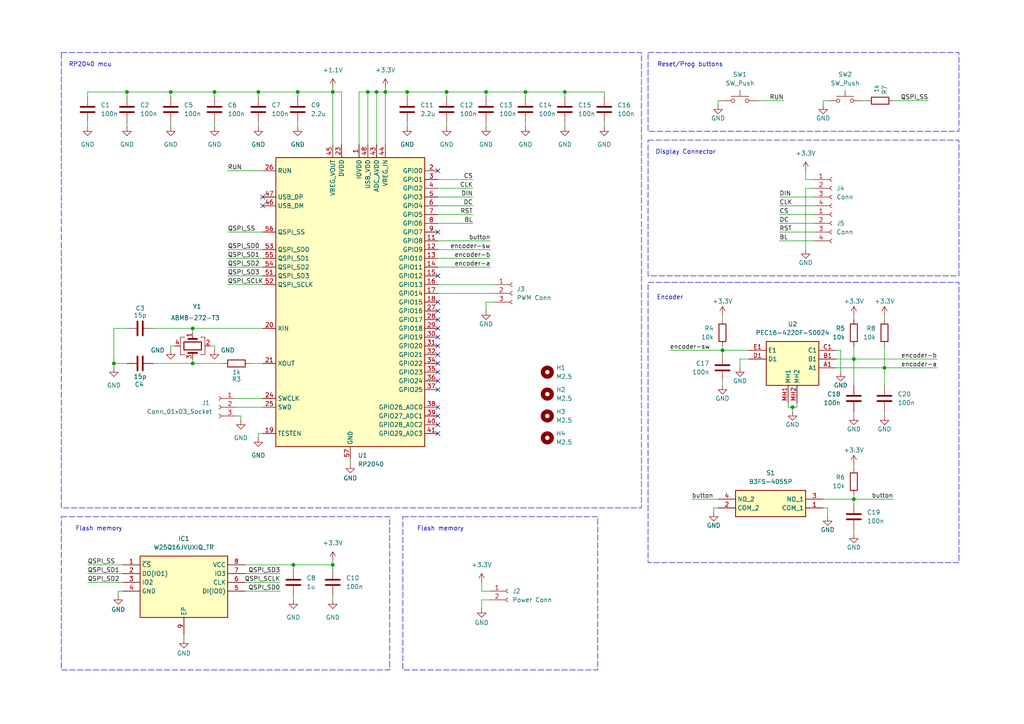
<source format=kicad_sch>
(kicad_sch (version 20231120) (generator "eeschema") (generator_version "8.0")
  (paper "A4")
  (title_block (title "UV Lamp Controller") (date "2025-03-30") (rev "v1.0") (company "Szymon Wąchała"))
  (lib_symbols
    (symbol "B3FS-4055P:B3FS-4055P"
      (property "Reference" "S" (at 26.67 7.62 0))
      (property "Value" "B3FS-4055P" (at 26.67 5.08 0))
      (symbol "B3FS-4055P_1_1"
        (rectangle (start 5.08 2.54) (end 25.4 -5.08) (stroke (width 0.254)) (fill (type background)))
        (pin passive line (at 30.48 -2.54 180) (length 5.08) (name "COM_1") (number "1"))
        (pin passive line (at 0 -2.54 0) (length 5.08) (name "COM_2") (number "2"))
        (pin passive line (at 30.48 0 180) (length 5.08) (name "NO_1") (number "3"))
        (pin passive line (at 0 0 0) (length 5.08) (name "NO_2") (number "4"))
      )
    )
    (symbol "Connector:Conn_01x02_Socket" (pin_names (offset 1.016) hide)
      (property "Reference" "J" (at 0 2.54 0))
      (property "Value" "Conn_01x02_Socket" (at 0 -5.08 0))
      (symbol "Conn_01x02_Socket_1_1"
        (arc (start 0 -2.032) (mid -0.5058 -2.54) (end 0 -3.048) (stroke (width 0.1524)))
        (polyline (pts (xy -1.27 -2.54) (xy -0.508 -2.54)) (stroke (width 0.1524)))
        (polyline (pts (xy -1.27 0) (xy -0.508 0)) (stroke (width 0.1524)))
        (arc (start 0 0.508) (mid -0.5058 0) (end 0 -0.508) (stroke (width 0.1524)))
        (pin passive line (at -5.08 0 0) (length 3.81) (name "Pin_1") (number "1"))
        (pin passive line (at -5.08 -2.54 0) (length 3.81) (name "Pin_2") (number "2"))
      )
    )
    (symbol "Connector:Conn_01x03_Socket" (pin_names (offset 1.016) hide)
      (property "Reference" "J" (at 0 5.08 0))
      (property "Value" "Conn_01x03_Socket" (at 0 -5.08 0))
      (symbol "Conn_01x03_Socket_1_1"
        (arc (start 0 -2.032) (mid -0.5058 -2.54) (end 0 -3.048) (stroke (width 0.1524)))
        (polyline (pts (xy -1.27 -2.54) (xy -0.508 -2.54)) (stroke (width 0.1524)))
        (polyline (pts (xy -1.27 0) (xy -0.508 0)) (stroke (width 0.1524)))
        (polyline (pts (xy -1.27 2.54) (xy -0.508 2.54)) (stroke (width 0.1524)))
        (arc (start 0 0.508) (mid -0.5058 0) (end 0 -0.508) (stroke (width 0.1524)))
        (arc (start 0 3.048) (mid -0.5058 2.54) (end 0 2.032) (stroke (width 0.1524)))
        (pin passive line (at -5.08 2.54 0) (length 3.81) (name "Pin_1") (number "1"))
        (pin passive line (at -5.08 0 0) (length 3.81) (name "Pin_2") (number "2"))
        (pin passive line (at -5.08 -2.54 0) (length 3.81) (name "Pin_3") (number "3"))
      )
    )
    (symbol "Connector:Conn_01x04_Socket" (pin_names (offset 1.016) hide)
      (property "Reference" "J" (at 0 5.08 0))
      (property "Value" "Conn_01x04_Socket" (at 0 -7.62 0))
      (symbol "Conn_01x04_Socket_1_1"
        (arc (start 0 -4.572) (mid -0.5058 -5.08) (end 0 -5.588) (stroke (width 0.1524)))
        (arc (start 0 -2.032) (mid -0.5058 -2.54) (end 0 -3.048) (stroke (width 0.1524)))
        (polyline (pts (xy -1.27 -5.08) (xy -0.508 -5.08)) (stroke (width 0.1524)))
        (polyline (pts (xy -1.27 -2.54) (xy -0.508 -2.54)) (stroke (width 0.1524)))
        (polyline (pts (xy -1.27 0) (xy -0.508 0)) (stroke (width 0.1524)))
        (polyline (pts (xy -1.27 2.54) (xy -0.508 2.54)) (stroke (width 0.1524)))
        (arc (start 0 0.508) (mid -0.5058 0) (end 0 -0.508) (stroke (width 0.1524)))
        (arc (start 0 3.048) (mid -0.5058 2.54) (end 0 2.032) (stroke (width 0.1524)))
        (pin passive line (at -5.08 2.54 0) (length 3.81) (name "Pin_1") (number "1"))
        (pin passive line (at -5.08 0 0) (length 3.81) (name "Pin_2") (number "2"))
        (pin passive line (at -5.08 -2.54 0) (length 3.81) (name "Pin_3") (number "3"))
        (pin passive line (at -5.08 -5.08 0) (length 3.81) (name "Pin_4") (number "4"))
      )
    )
    (symbol "Device:C" (pin_numbers hide) (pin_names (offset 0.254))
      (property "Reference" "C" (at 0.635 2.54 0))
      (property "Value" "C" (at 0.635 -2.54 0))
      (symbol "C_0_1"
        (polyline (pts (xy -2.032 -0.762) (xy 2.032 -0.762)) (stroke (width 0.508)))
        (polyline (pts (xy -2.032 0.762) (xy 2.032 0.762)) (stroke (width 0.508)))
      )
      (symbol "C_1_1"
        (pin passive line (at 0 3.81 270) (length 2.794) (name "~") (number "1"))
        (pin passive line (at 0 -3.81 90) (length 2.794) (name "~") (number "2"))
      )
    )
    (symbol "Device:Crystal_GND24" (pin_names (offset 1.016) hide)
      (property "Reference" "Y" (at 3.175 5.08 0))
      (property "Value" "Crystal_GND24" (at 3.175 3.175 0))
      (symbol "Crystal_GND24_0_1"
        (rectangle (start -1.143 2.54) (end 1.143 -2.54) (stroke (width 0.3048)))
        (polyline (pts (xy -2.54 0) (xy -2.032 0)))
        (polyline (pts (xy -2.032 -1.27) (xy -2.032 1.27)) (stroke (width 0.508)))
        (polyline (pts (xy 0 -3.81) (xy 0 -3.556)))
        (polyline (pts (xy 0 3.556) (xy 0 3.81)))
        (polyline (pts (xy 2.032 -1.27) (xy 2.032 1.27)) (stroke (width 0.508)))
        (polyline (pts (xy 2.032 0) (xy 2.54 0)))
        (polyline (pts (xy -2.54 -2.286) (xy -2.54 -3.556) (xy 2.54 -3.556) (xy 2.54 -2.286)))
        (polyline (pts (xy -2.54 2.286) (xy -2.54 3.556) (xy 2.54 3.556) (xy 2.54 2.286)))
      )
      (symbol "Crystal_GND24_1_1"
        (pin passive line (at -3.81 0 0) (length 1.27) (name "1") (number "1"))
        (pin passive line (at 0 5.08 270) (length 1.27) (name "2") (number "2"))
        (pin passive line (at 3.81 0 180) (length 1.27) (name "3") (number "3"))
        (pin passive line (at 0 -5.08 90) (length 1.27) (name "4") (number "4"))
      )
    )
    (symbol "Device:R" (pin_numbers hide) (pin_names (offset 0))
      (property "Reference" "R" (at 2.032 0 90))
      (property "Value" "R" (at 0 0 90))
      (symbol "R_0_1"
        (rectangle (start -1.016 -2.54) (end 1.016 2.54) (stroke (width 0.254)))
      )
      (symbol "R_1_1"
        (pin passive line (at 0 3.81 270) (length 1.27) (name "~") (number "1"))
        (pin passive line (at 0 -3.81 90) (length 1.27) (name "~") (number "2"))
      )
    )
    (symbol "MCU_RaspberryPi:RP2040"
      (property "Reference" "U" (at 17.78 45.72 0))
      (property "Value" "RP2040" (at 17.78 43.18 0))
      (symbol "RP2040_0_1"
        (rectangle (start -21.59 41.91) (end 21.59 -41.91) (stroke (width 0.254)) (fill (type background)))
      )
      (symbol "RP2040_1_1"
        (pin power_in line (at 2.54 45.72 270) (length 3.81) (name "IOVDD") (number "1"))
        (pin passive line (at 2.54 45.72 270) (length 3.81) hide (name "IOVDD") (number "10"))
        (pin bidirectional line (at 25.4 17.78 180) (length 3.81) (name "GPIO8") (number "11"))
        (pin bidirectional line (at 25.4 15.24 180) (length 3.81) (name "GPIO9") (number "12"))
        (pin bidirectional line (at 25.4 12.7 180) (length 3.81) (name "GPIO10") (number "13"))
        (pin bidirectional line (at 25.4 10.16 180) (length 3.81) (name "GPIO11") (number "14"))
        (pin bidirectional line (at 25.4 7.62 180) (length 3.81) (name "GPIO12") (number "15"))
        (pin bidirectional line (at 25.4 5.08 180) (length 3.81) (name "GPIO13") (number "16"))
        (pin bidirectional line (at 25.4 2.54 180) (length 3.81) (name "GPIO14") (number "17"))
        (pin bidirectional line (at 25.4 0 180) (length 3.81) (name "GPIO15") (number "18"))
        (pin input line (at -25.4 -38.1 0) (length 3.81) (name "TESTEN") (number "19"))
        (pin bidirectional line (at 25.4 38.1 180) (length 3.81) (name "GPIO0") (number "2"))
        (pin input line (at -25.4 -7.62 0) (length 3.81) (name "XIN") (number "20"))
        (pin passive line (at -25.4 -17.78 0) (length 3.81) (name "XOUT") (number "21"))
        (pin passive line (at 2.54 45.72 270) (length 3.81) hide (name "IOVDD") (number "22"))
        (pin power_in line (at -2.54 45.72 270) (length 3.81) (name "DVDD") (number "23"))
        (pin input line (at -25.4 -27.94 0) (length 3.81) (name "SWCLK") (number "24"))
        (pin bidirectional line (at -25.4 -30.48 0) (length 3.81) (name "SWD") (number "25"))
        (pin input line (at -25.4 38.1 0) (length 3.81) (name "RUN") (number "26"))
        (pin bidirectional line (at 25.4 -2.54 180) (length 3.81) (name "GPIO16") (number "27"))
        (pin bidirectional line (at 25.4 -5.08 180) (length 3.81) (name "GPIO17") (number "28"))
        (pin bidirectional line (at 25.4 -7.62 180) (length 3.81) (name "GPIO18") (number "29"))
        (pin bidirectional line (at 25.4 35.56 180) (length 3.81) (name "GPIO1") (number "3"))
        (pin bidirectional line (at 25.4 -10.16 180) (length 3.81) (name "GPIO19") (number "30"))
        (pin bidirectional line (at 25.4 -12.7 180) (length 3.81) (name "GPIO20") (number "31"))
        (pin bidirectional line (at 25.4 -15.24 180) (length 3.81) (name "GPIO21") (number "32"))
        (pin passive line (at 2.54 45.72 270) (length 3.81) hide (name "IOVDD") (number "33"))
        (pin bidirectional line (at 25.4 -17.78 180) (length 3.81) (name "GPIO22") (number "34"))
        (pin bidirectional line (at 25.4 -20.32 180) (length 3.81) (name "GPIO23") (number "35"))
        (pin bidirectional line (at 25.4 -22.86 180) (length 3.81) (name "GPIO24") (number "36"))
        (pin bidirectional line (at 25.4 -25.4 180) (length 3.81) (name "GPIO25") (number "37"))
        (pin bidirectional line (at 25.4 -30.48 180) (length 3.81) (name "GPIO26_ADC0") (number "38"))
        (pin bidirectional line (at 25.4 -33.02 180) (length 3.81) (name "GPIO27_ADC1") (number "39"))
        (pin bidirectional line (at 25.4 33.02 180) (length 3.81) (name "GPIO2") (number "4"))
        (pin bidirectional line (at 25.4 -35.56 180) (length 3.81) (name "GPIO28_ADC2") (number "40"))
        (pin bidirectional line (at 25.4 -38.1 180) (length 3.81) (name "GPIO29_ADC3") (number "41"))
        (pin passive line (at 2.54 45.72 270) (length 3.81) hide (name "IOVDD") (number "42"))
        (pin power_in line (at 7.62 45.72 270) (length 3.81) (name "ADC_AVDD") (number "43"))
        (pin power_in line (at 10.16 45.72 270) (length 3.81) (name "VREG_IN") (number "44"))
        (pin power_out line (at -5.08 45.72 270) (length 3.81) (name "VREG_VOUT") (number "45"))
        (pin bidirectional line (at -25.4 27.94 0) (length 3.81) (name "USB_DM") (number "46"))
        (pin bidirectional line (at -25.4 30.48 0) (length 3.81) (name "USB_DP") (number "47"))
        (pin power_in line (at 5.08 45.72 270) (length 3.81) (name "USB_VDD") (number "48"))
        (pin passive line (at 2.54 45.72 270) (length 3.81) hide (name "IOVDD") (number "49"))
        (pin bidirectional line (at 25.4 30.48 180) (length 3.81) (name "GPIO3") (number "5"))
        (pin passive line (at -2.54 45.72 270) (length 3.81) hide (name "DVDD") (number "50"))
        (pin bidirectional line (at -25.4 7.62 0) (length 3.81) (name "QSPI_SD3") (number "51"))
        (pin output line (at -25.4 5.08 0) (length 3.81) (name "QSPI_SCLK") (number "52"))
        (pin bidirectional line (at -25.4 15.24 0) (length 3.81) (name "QSPI_SD0") (number "53"))
        (pin bidirectional line (at -25.4 10.16 0) (length 3.81) (name "QSPI_SD2") (number "54"))
        (pin bidirectional line (at -25.4 12.7 0) (length 3.81) (name "QSPI_SD1") (number "55"))
        (pin bidirectional line (at -25.4 20.32 0) (length 3.81) (name "QSPI_SS") (number "56"))
        (pin power_in line (at 0 -45.72 90) (length 3.81) (name "GND") (number "57"))
        (pin bidirectional line (at 25.4 27.94 180) (length 3.81) (name "GPIO4") (number "6"))
        (pin bidirectional line (at 25.4 25.4 180) (length 3.81) (name "GPIO5") (number "7"))
        (pin bidirectional line (at 25.4 22.86 180) (length 3.81) (name "GPIO6") (number "8"))
        (pin bidirectional line (at 25.4 20.32 180) (length 3.81) (name "GPIO7") (number "9"))
      )
    )
    (symbol "Mechanical:MountingHole" (pin_names (offset 1.016)) (exclude_from_sim yes) (in_bom no)
      (property "Reference" "H" (at 0 5.08 0))
      (property "Value" "MountingHole" (at 0 3.175 0))
      (symbol "MountingHole_0_1"
        (circle (center 0 0) (radius 1.27) (stroke (width 1.27)))
      )
    )
    (symbol "PEC16-4220F-S0024:PEC16-4220F-S0024"
      (property "Reference" "U" (at -0.762 10.414 0))
      (property "Value" "PEC16-4220F-S0024" (at -0.762 12.954 0))
      (symbol "PEC16-4220F-S0024_1_1"
        (rectangle (start -7.62 7.62) (end 7.62 -5.08) (stroke (width 0.254)) (fill (type background)))
        (pin passive line (at 12.7 0 180) (length 5.08) (name "A1") (number "A1"))
        (pin passive line (at 12.7 2.54 180) (length 5.08) (name "B1") (number "B1"))
        (pin passive line (at 12.7 5.08 180) (length 5.08) (name "C1") (number "C1"))
        (pin passive line (at -12.7 2.54 0) (length 5.08) (name "D1") (number "D1"))
        (pin passive line (at -12.7 5.08 0) (length 5.08) (name "E1") (number "E1"))
        (pin passive line (at -1.27 -10.16 90) (length 5.08) (name "MH1") (number "MH1"))
        (pin passive line (at 1.27 -10.16 90) (length 5.08) (name "MH2") (number "MH2"))
      )
    )
    (symbol "Switch:SW_Push" (pin_numbers hide) (pin_names (offset 1.016) hide)
      (property "Reference" "SW" (at 1.27 2.54 0))
      (property "Value" "SW_Push" (at 0 -1.524 0))
      (symbol "SW_Push_0_1"
        (circle (center -2.032 0) (radius 0.508))
        (polyline (pts (xy 0 1.27) (xy 0 3.048)))
        (polyline (pts (xy 2.54 1.27) (xy -2.54 1.27)))
        (circle (center 2.032 0) (radius 0.508))
        (pin passive line (at -5.08 0 0) (length 2.54) (name "1") (number "1"))
        (pin passive line (at 5.08 0 180) (length 2.54) (name "2") (number "2"))
      )
    )
    (symbol "W25Q16JVUXIQ_TR:W25Q16JVUXIQ_TR"
      (property "Reference" "IC" (at 31.75 7.62 0))
      (property "Value" "W25Q16JVUXIQ_TR" (at 31.75 5.08 0))
      (symbol "W25Q16JVUXIQ_TR_1_1"
        (rectangle (start 5.08 2.54) (end 30.48 -15.24) (stroke (width 0.254)) (fill (type background)))
        (pin passive line (at 0 0 0) (length 5.08) (name "~{CS}") (number "1"))
        (pin passive line (at 0 -2.54 0) (length 5.08) (name "DO(IO1)") (number "2"))
        (pin passive line (at 0 -5.08 0) (length 5.08) (name "IO2") (number "3"))
        (pin passive line (at 0 -7.62 0) (length 5.08) (name "GND") (number "4"))
        (pin passive line (at 35.56 -7.62 180) (length 5.08) (name "DI(IO0)") (number "5"))
        (pin passive line (at 35.56 -5.08 180) (length 5.08) (name "CLK") (number "6"))
        (pin passive line (at 35.56 -2.54 180) (length 5.08) (name "IO3") (number "7"))
        (pin passive line (at 35.56 0 180) (length 5.08) (name "VCC") (number "8"))
        (pin passive line (at 17.78 -20.32 90) (length 5.08) (name "EP") (number "9"))
      )
    )
    (symbol "power:GND" (power) (pin_numbers hide) (pin_names (offset 0) hide)
      (property "Value" "GND" (at 0 -3.81 0))
      (symbol "GND_0_1"
        (polyline (pts (xy 0 0) (xy 0 -1.27) (xy 1.27 -1.27) (xy 0 -2.54) (xy -1.27 -1.27) (xy 0 -1.27)))
      )
      (symbol "GND_1_1"
        (pin power_in line (at 0 0 270) (length 0) (name "~") (number "1"))
      )
    )
    (symbol "power:VCC" (power) (pin_numbers hide) (pin_names (offset 0) hide)
      (property "Value" "VCC" (at 0 3.556 0))
      (symbol "VCC_0_1"
        (polyline (pts (xy -0.762 1.27) (xy 0 2.54)))
        (polyline (pts (xy 0 0) (xy 0 2.54)))
        (polyline (pts (xy 0 2.54) (xy 0.762 1.27)))
      )
      (symbol "VCC_1_1"
        (pin power_in line (at 0 0 90) (length 0) (name "~") (number "1"))
      )
    )
  )
  (junction (at 209.55 101.6))
  (junction (at 36.83 26.67))
  (junction (at 49.53 26.67))
  (junction (at 111.76 26.67))
  (junction (at 86.36 26.67))
  (junction (at 229.87 118.11))
  (junction (at 247.65 144.78))
  (junction (at 55.88 105.41))
  (junction (at 96.52 26.67))
  (junction (at 109.22 26.67))
  (junction (at 256.54 106.68))
  (junction (at 163.83 26.67))
  (junction (at 140.97 26.67))
  (junction (at 96.52 163.83))
  (junction (at 74.93 26.67))
  (junction (at 106.68 26.67))
  (junction (at 129.54 26.67))
  (junction (at 62.23 26.67))
  (junction (at 152.4 26.67))
  (junction (at 33.02 105.41))
  (junction (at 85.09 163.83))
  (junction (at 247.65 104.14))
  (junction (at 55.88 95.25))
  (junction (at 118.11 26.67))
  (no_connect (at 76.2 57.15))
  (no_connect (at 127 125.73))
  (no_connect (at 127 92.71))
  (no_connect (at 127 102.87))
  (no_connect (at 127 97.79))
  (no_connect (at 127 110.49))
  (no_connect (at 127 105.41))
  (no_connect (at 127 123.19))
  (no_connect (at 127 107.95))
  (no_connect (at 127 67.31))
  (no_connect (at 127 100.33))
  (no_connect (at 127 95.25))
  (no_connect (at 127 113.03))
  (no_connect (at 76.2 59.69))
  (no_connect (at 127 90.17))
  (no_connect (at 127 87.63))
  (no_connect (at 127 80.01))
  (no_connect (at 127 120.65))
  (no_connect (at 127 49.53))
  (no_connect (at 127 118.11))
  (wire (pts (xy 139.7 168.91) (xy 139.7 171.45)))
  (wire (pts (xy 62.23 100.33) (xy 62.23 101.6)))
  (wire (pts (xy 247.65 144.78) (xy 259.08 144.78)))
  (wire (pts (xy 163.83 26.67) (xy 152.4 26.67)))
  (wire (pts (xy 226.06 64.77) (xy 236.22 64.77)))
  (wire (pts (xy 66.04 82.55) (xy 76.2 82.55)))
  (wire (pts (xy 99.06 26.67) (xy 96.52 26.67)))
  (wire (pts (xy 49.53 26.67) (xy 62.23 26.67)))
  (wire (pts (xy 247.65 143.51) (xy 247.65 144.78)))
  (wire (pts (xy 96.52 26.67) (xy 96.52 41.91)))
  (wire (pts (xy 49.53 101.6) (xy 49.53 100.33)))
  (wire (pts (xy 49.53 36.83) (xy 49.53 35.56)))
  (wire (pts (xy 25.4 166.37) (xy 35.56 166.37)))
  (wire (pts (xy 137.16 57.15) (xy 127 57.15)))
  (wire (pts (xy 140.97 36.83) (xy 140.97 35.56)))
  (wire (pts (xy 36.83 26.67) (xy 49.53 26.67)))
  (wire (pts (xy 214.63 104.14) (xy 217.17 104.14)))
  (wire (pts (xy 33.02 95.25) (xy 33.02 105.41)))
  (wire (pts (xy 208.28 30.48) (xy 208.28 29.21)))
  (wire (pts (xy 109.22 26.67) (xy 111.76 26.67)))
  (wire (pts (xy 226.06 59.69) (xy 236.22 59.69)))
  (wire (pts (xy 25.4 36.83) (xy 25.4 35.56)))
  (wire (pts (xy 72.39 105.41) (xy 76.2 105.41)))
  (wire (pts (xy 233.68 49.53) (xy 233.68 52.07)))
  (wire (pts (xy 256.54 119.38) (xy 256.54 120.65)))
  (wire (pts (xy 256.54 100.33) (xy 256.54 106.68)))
  (wire (pts (xy 86.36 27.94) (xy 86.36 26.67)))
  (wire (pts (xy 53.34 184.15) (xy 53.34 185.42)))
  (wire (pts (xy 34.29 171.45) (xy 35.56 171.45)))
  (wire (pts (xy 85.09 172.72) (xy 85.09 173.99)))
  (wire (pts (xy 25.4 168.91) (xy 35.56 168.91)))
  (wire (pts (xy 243.84 101.6) (xy 242.57 101.6)))
  (wire (pts (xy 137.16 64.77) (xy 127 64.77)))
  (wire (pts (xy 233.68 52.07) (xy 236.22 52.07)))
  (wire (pts (xy 25.4 26.67) (xy 25.4 27.94)))
  (wire (pts (xy 96.52 25.4) (xy 96.52 26.67)))
  (wire (pts (xy 129.54 36.83) (xy 129.54 35.56)))
  (wire (pts (xy 66.04 49.53) (xy 76.2 49.53)))
  (wire (pts (xy 74.93 127) (xy 74.93 125.73)))
  (wire (pts (xy 106.68 26.67) (xy 106.68 41.91)))
  (wire (pts (xy 152.4 36.83) (xy 152.4 35.56)))
  (wire (pts (xy 214.63 106.68) (xy 214.63 104.14)))
  (wire (pts (xy 33.02 105.41) (xy 36.83 105.41)))
  (wire (pts (xy 242.57 104.14) (xy 247.65 104.14)))
  (wire (pts (xy 229.87 118.11) (xy 231.14 118.11)))
  (wire (pts (xy 68.58 115.57) (xy 76.2 115.57)))
  (wire (pts (xy 231.14 118.11) (xy 231.14 116.84)))
  (wire (pts (xy 256.54 91.44) (xy 256.54 92.71)))
  (wire (pts (xy 127 77.47) (xy 142.24 77.47)))
  (wire (pts (xy 209.55 100.33) (xy 209.55 101.6)))
  (wire (pts (xy 81.28 168.91) (xy 71.12 168.91)))
  (wire (pts (xy 62.23 36.83) (xy 62.23 35.56)))
  (wire (pts (xy 250.19 29.21) (xy 251.46 29.21)))
  (wire (pts (xy 36.83 26.67) (xy 25.4 26.67)))
  (wire (pts (xy 49.53 27.94) (xy 49.53 26.67)))
  (wire (pts (xy 66.04 74.93) (xy 76.2 74.93)))
  (wire (pts (xy 140.97 90.17) (xy 140.97 87.63)))
  (wire (pts (xy 127 85.09) (xy 143.51 85.09)))
  (wire (pts (xy 247.65 100.33) (xy 247.65 104.14)))
  (wire (pts (xy 247.65 91.44) (xy 247.65 92.71)))
  (wire (pts (xy 209.55 91.44) (xy 209.55 92.71)))
  (wire (pts (xy 152.4 26.67) (xy 140.97 26.67)))
  (wire (pts (xy 74.93 36.83) (xy 74.93 35.56)))
  (wire (pts (xy 163.83 36.83) (xy 163.83 35.56)))
  (wire (pts (xy 139.7 176.53) (xy 139.7 173.99)))
  (wire (pts (xy 66.04 80.01) (xy 76.2 80.01)))
  (wire (pts (xy 127 82.55) (xy 143.51 82.55)))
  (wire (pts (xy 96.52 172.72) (xy 96.52 173.99)))
  (wire (pts (xy 44.45 105.41) (xy 55.88 105.41)))
  (wire (pts (xy 68.58 118.11) (xy 76.2 118.11)))
  (wire (pts (xy 228.6 116.84) (xy 228.6 118.11)))
  (wire (pts (xy 247.65 134.62) (xy 247.65 135.89)))
  (wire (pts (xy 106.68 26.67) (xy 109.22 26.67)))
  (wire (pts (xy 86.36 35.56) (xy 86.36 36.83)))
  (wire (pts (xy 256.54 106.68) (xy 256.54 111.76)))
  (wire (pts (xy 207.01 147.32) (xy 208.28 147.32)))
  (wire (pts (xy 68.58 120.65) (xy 69.85 120.65)))
  (wire (pts (xy 209.55 101.6) (xy 217.17 101.6)))
  (wire (pts (xy 233.68 54.61) (xy 236.22 54.61)))
  (wire (pts (xy 226.06 69.85) (xy 236.22 69.85)))
  (wire (pts (xy 209.55 110.49) (xy 209.55 111.76)))
  (wire (pts (xy 140.97 26.67) (xy 129.54 26.67)))
  (wire (pts (xy 139.7 173.99) (xy 142.24 173.99)))
  (wire (pts (xy 238.76 144.78) (xy 247.65 144.78)))
  (wire (pts (xy 81.28 166.37) (xy 71.12 166.37)))
  (wire (pts (xy 209.55 101.6) (xy 209.55 102.87)))
  (wire (pts (xy 137.16 62.23) (xy 127 62.23)))
  (wire (pts (xy 137.16 54.61) (xy 127 54.61)))
  (wire (pts (xy 129.54 27.94) (xy 129.54 26.67)))
  (wire (pts (xy 127 74.93) (xy 142.24 74.93)))
  (wire (pts (xy 96.52 163.83) (xy 85.09 163.83)))
  (wire (pts (xy 101.6 133.35) (xy 101.6 134.62)))
  (wire (pts (xy 74.93 125.73) (xy 76.2 125.73)))
  (wire (pts (xy 238.76 30.48) (xy 238.76 29.21)))
  (wire (pts (xy 140.97 87.63) (xy 143.51 87.63)))
  (wire (pts (xy 226.06 67.31) (xy 236.22 67.31)))
  (wire (pts (xy 111.76 25.4) (xy 111.76 26.67)))
  (wire (pts (xy 69.85 120.65) (xy 69.85 121.92)))
  (wire (pts (xy 81.28 171.45) (xy 71.12 171.45)))
  (wire (pts (xy 36.83 27.94) (xy 36.83 26.67)))
  (wire (pts (xy 127 69.85) (xy 142.24 69.85)))
  (wire (pts (xy 55.88 95.25) (xy 55.88 96.52)))
  (wire (pts (xy 74.93 26.67) (xy 86.36 26.67)))
  (wire (pts (xy 240.03 147.32) (xy 238.76 147.32)))
  (wire (pts (xy 194.31 101.6) (xy 209.55 101.6)))
  (wire (pts (xy 104.14 41.91) (xy 104.14 26.67)))
  (wire (pts (xy 200.66 144.78) (xy 208.28 144.78)))
  (wire (pts (xy 96.52 163.83) (xy 96.52 165.1)))
  (wire (pts (xy 137.16 52.07) (xy 127 52.07)))
  (wire (pts (xy 34.29 171.45) (xy 34.29 172.72)))
  (wire (pts (xy 175.26 26.67) (xy 163.83 26.67)))
  (wire (pts (xy 104.14 26.67) (xy 106.68 26.67)))
  (wire (pts (xy 33.02 106.68) (xy 33.02 105.41)))
  (wire (pts (xy 226.06 57.15) (xy 236.22 57.15)))
  (wire (pts (xy 36.83 36.83) (xy 36.83 35.56)))
  (wire (pts (xy 99.06 41.91) (xy 99.06 26.67)))
  (wire (pts (xy 256.54 106.68) (xy 271.78 106.68)))
  (wire (pts (xy 64.77 105.41) (xy 55.88 105.41)))
  (wire (pts (xy 66.04 77.47) (xy 76.2 77.47)))
  (wire (pts (xy 60.96 100.33) (xy 62.23 100.33)))
  (wire (pts (xy 247.65 119.38) (xy 247.65 120.65)))
  (wire (pts (xy 66.04 67.31) (xy 76.2 67.31)))
  (wire (pts (xy 118.11 26.67) (xy 118.11 27.94)))
  (wire (pts (xy 208.28 29.21) (xy 209.55 29.21)))
  (wire (pts (xy 139.7 171.45) (xy 142.24 171.45)))
  (wire (pts (xy 137.16 59.69) (xy 127 59.69)))
  (wire (pts (xy 44.45 95.25) (xy 55.88 95.25)))
  (wire (pts (xy 62.23 27.94) (xy 62.23 26.67)))
  (wire (pts (xy 62.23 26.67) (xy 74.93 26.67)))
  (wire (pts (xy 163.83 26.67) (xy 163.83 27.94)))
  (wire (pts (xy 243.84 101.6) (xy 243.84 107.95)))
  (wire (pts (xy 49.53 100.33) (xy 50.8 100.33)))
  (wire (pts (xy 238.76 29.21) (xy 240.03 29.21)))
  (wire (pts (xy 142.24 72.39) (xy 127 72.39)))
  (wire (pts (xy 74.93 27.94) (xy 74.93 26.67)))
  (wire (pts (xy 66.04 72.39) (xy 76.2 72.39)))
  (wire (pts (xy 96.52 162.56) (xy 96.52 163.83)))
  (wire (pts (xy 25.4 163.83) (xy 35.56 163.83)))
  (wire (pts (xy 226.06 62.23) (xy 236.22 62.23)))
  (wire (pts (xy 247.65 104.14) (xy 271.78 104.14)))
  (wire (pts (xy 247.65 153.67) (xy 247.65 154.94)))
  (wire (pts (xy 242.57 106.68) (xy 256.54 106.68)))
  (wire (pts (xy 111.76 26.67) (xy 111.76 41.91)))
  (wire (pts (xy 219.71 29.21) (xy 227.33 29.21)))
  (wire (pts (xy 175.26 36.83) (xy 175.26 35.56)))
  (wire (pts (xy 233.68 72.39) (xy 233.68 54.61)))
  (wire (pts (xy 118.11 36.83) (xy 118.11 35.56)))
  (wire (pts (xy 229.87 119.38) (xy 229.87 118.11)))
  (wire (pts (xy 55.88 105.41) (xy 55.88 104.14)))
  (wire (pts (xy 33.02 95.25) (xy 36.83 95.25)))
  (wire (pts (xy 247.65 144.78) (xy 247.65 146.05)))
  (wire (pts (xy 140.97 26.67) (xy 140.97 27.94)))
  (wire (pts (xy 175.26 27.94) (xy 175.26 26.67)))
  (wire (pts (xy 71.12 163.83) (xy 85.09 163.83)))
  (wire (pts (xy 240.03 147.32) (xy 240.03 149.86)))
  (wire (pts (xy 111.76 26.67) (xy 118.11 26.67)))
  (wire (pts (xy 228.6 118.11) (xy 229.87 118.11)))
  (wire (pts (xy 86.36 26.67) (xy 96.52 26.67)))
  (wire (pts (xy 247.65 104.14) (xy 247.65 111.76)))
  (wire (pts (xy 85.09 163.83) (xy 85.09 165.1)))
  (wire (pts (xy 259.08 29.21) (xy 269.24 29.21)))
  (wire (pts (xy 55.88 95.25) (xy 76.2 95.25)))
  (wire (pts (xy 129.54 26.67) (xy 118.11 26.67)))
  (wire (pts (xy 152.4 27.94) (xy 152.4 26.67)))
  (wire (pts (xy 109.22 26.67) (xy 109.22 41.91)))
  (wire (pts (xy 207.01 148.59) (xy 207.01 147.32)))
  (rectangle (start 116.84 149.86) (end 173.355 194.31) (stroke (width 0) (type dash)))
  (rectangle (start 187.96 15.24) (end 278.13 38.1) (stroke (width 0) (type dash)))
  (rectangle (start 187.96 81.915) (end 278.13 163.195) (stroke (width 0) (type dash)))
  (rectangle (start 187.96 40.64) (end 278.13 80.01) (stroke (width 0) (type dash)))
  (rectangle (start 17.78 149.86) (end 113.03 194.31) (stroke (width 0) (type dash)))
  (rectangle (start 17.78 15.24) (end 186.055 147.32) (stroke (width 0) (type dash)))
  (text "Encoder" (at 194.31 86.36 0) (effects (font (size 1.27 1.27))))
  (text "Display Connector" (at 198.882 44.196 0) (effects (font (size 1.27 1.27))))
  (text "Flash memory" (at 127.762 153.416 0) (effects (font (size 1.27 1.27))))
  (text "RP2040 mcu" (at 26.162 18.796 0) (effects (font (size 1.27 1.27))))
  (text "Reset/Prog buttons" (at 200.152 18.796 0) (effects (font (size 1.27 1.27))))
  (text "Flash memory" (at 28.702 153.416 0) (effects (font (size 1.27 1.27))))
  (label "QSPI_SCLK" (at 66.04 82.55 0))
  (label "QSPI_SD2" (at 25.4 168.91 0))
  (label "encoder-sw" (at 142.24 72.39 180))
  (label "RST" (at 137.16 62.23 180))
  (label "button" (at 200.66 144.78 0))
  (label "QSPI_SD2" (at 66.04 77.47 0))
  (label "RUN" (at 66.04 49.53 0))
  (label "QSPI_SD0" (at 81.28 171.45 180))
  (label "DC" (at 137.16 59.69 180))
  (label "encoder-b" (at 271.78 104.14 180))
  (label "DIN" (at 226.06 57.15 0))
  (label "QSPI_SD3" (at 81.28 166.37 180))
  (label "CS" (at 137.16 52.07 180))
  (label "QSPI_SD1" (at 25.4 166.37 0))
  (label "CLK" (at 226.06 59.69 0))
  (label "QSPI_SD0" (at 66.04 72.39 0))
  (label "CS" (at 226.06 62.23 0))
  (label "QSPI_SCLK" (at 81.28 168.91 180))
  (label "button" (at 259.08 144.78 180))
  (label "RST" (at 226.06 67.31 0))
  (label "encoder-b" (at 142.24 74.93 180))
  (label "BL" (at 226.06 69.85 0))
  (label "encoder-sw" (at 194.31 101.6 0))
  (label "QSPI_SD3" (at 66.04 80.01 0))
  (label "encoder-a" (at 142.24 77.47 180))
  (label "QSPI_SS" (at 25.4 163.83 0))
  (label "button" (at 142.24 69.85 180))
  (label "DC" (at 226.06 64.77 0))
  (label "DIN" (at 137.16 57.15 180))
  (label "QSPI_SS" (at 269.24 29.21 180))
  (label "CLK" (at 137.16 54.61 180))
  (label "BL" (at 137.16 64.77 180))
  (label "RUN" (at 227.33 29.21 180))
  (label "QSPI_SD1" (at 66.04 74.93 0))
  (label "QSPI_SS" (at 66.04 67.31 0))
  (label "encoder-a" (at 271.78 106.68 180))
  (symbol (lib_id "power:GND") (at 49.53 101.6 0) (unit 1)
    (property "Reference" "#PWR06" (effects (hide yes)))
    (property "Value" "GND" (at 45.72 101.6 0))
    (property "Description" "Power symbol creates a global label with name \"GND\" , ground" (effects (hide yes)))
  )
  (symbol (lib_id "power:GND") (at 34.29 172.72 0) (unit 1)
    (property "Reference" "#PWR03" (effects (hide yes)))
    (property "Value" "GND" (at 34.29 176.784 0))
    (property "Description" "Power symbol creates a global label with name \"GND\" , ground" (effects (hide yes)))
  )
  (symbol (lib_id "power:GND") (at 247.65 120.65 0) (unit 1)
    (property "Reference" "#PWR041" (effects (hide yes)))
    (property "Value" "GND" (at 247.65 124.46 0))
    (property "Description" "Power symbol creates a global label with name \"GND\" , ground" (effects (hide yes)))
  )
  (symbol (lib_id "power:GND") (at 129.54 36.83 0) (unit 1)
    (property "Reference" "#PWR021" (effects (hide yes)))
    (property "Value" "GND" (at 129.54 41.91 0))
    (property "Description" "Power symbol creates a global label with name \"GND\" , ground" (effects (hide yes)))
  )
  (symbol (lib_id "power:GND") (at 163.83 36.83 0) (unit 1)
    (property "Reference" "#PWR027" (effects (hide yes)))
    (property "Value" "GND" (at 163.83 41.91 0))
    (property "Description" "Power symbol creates a global label with name \"GND\" , ground" (effects (hide yes)))
  )
  (symbol (lib_id "Mechanical:MountingHole") (at 158.75 127 0) (unit 1) (exclude_from_sim yes) (in_bom no)
    (property "Reference" "H4" (at 161.29 125.7299 0) (effects (justify left)))
    (property "Value" "M2.5" (at 161.29 128.2699 0) (effects (justify left)))
    (property "Footprint" "MountingHole:MountingHole_2.7mm_M2.5" (effects (hide yes)))
    (property "Description" "Mounting Hole without connection" (effects (hide yes)))
  )
  (symbol (lib_id "Device:C") (at 163.83 31.75 0) (unit 1)
    (property "Reference" "C15" (at 167.64 30.4799 0) (effects (justify left)))
    (property "Value" "100n" (at 167.64 33.0199 0) (effects (justify left)))
    (property "Footprint" "Capacitor_SMD:C_0402_1005Metric" (effects (hide yes)))
    (property "Description" "Unpolarized capacitor" (effects (hide yes)))
  )
  (symbol (lib_id "Device:C") (at 49.53 31.75 0) (unit 1)
    (property "Reference" "C5" (at 53.34 30.4799 0) (effects (justify left)))
    (property "Value" "100n" (at 53.34 33.0199 0) (effects (justify left)))
    (property "Footprint" "Capacitor_SMD:C_0402_1005Metric" (effects (hide yes)))
    (property "Description" "Unpolarized capacitor" (effects (hide yes)))
  )
  (symbol (lib_id "Device:C") (at 256.54 115.57 0) (mirror y) (unit 1)
    (property "Reference" "C20" (at 260.35 114.2999 0) (effects (justify right)))
    (property "Value" "100n" (at 260.35 116.8399 0) (effects (justify right)))
    (property "Footprint" "Capacitor_SMD:C_0805_2012Metric" (effects (hide yes)))
    (property "Description" "Unpolarized capacitor" (effects (hide yes)))
  )
  (symbol (lib_id "power:GND") (at 209.55 111.76 0) (unit 1)
    (property "Reference" "#PWR032" (effects (hide yes)))
    (property "Value" "GND" (at 209.55 115.57 0))
    (property "Description" "Power symbol creates a global label with name \"GND\" , ground" (effects (hide yes)))
  )
  (symbol (lib_id "Device:R") (at 247.65 96.52 0) (unit 1)
    (property "Reference" "R5" (at 245.11 95.2499 0) (effects (justify right)))
    (property "Value" "10k" (at 245.11 97.7899 0) (effects (justify right)))
    (property "Footprint" "Resistor_SMD:R_0805_2012Metric" (effects (hide yes)))
    (property "Description" "Resistor" (effects (hide yes)))
  )
  (symbol (lib_id "power:VCC") (at 111.76 25.4 0) (unit 1)
    (property "Reference" "#PWR019" (effects (hide yes)))
    (property "Value" "+3.3V" (at 111.76 20.32 0))
    (property "Description" "Power symbol creates a global label with name \"VCC\"" (effects (hide yes)))
  )
  (symbol (lib_id "Connector:Conn_01x03_Socket") (at 148.59 85.09 0) (unit 1)
    (property "Reference" "J3" (at 149.86 83.8199 0) (effects (justify left)))
    (property "Value" "PWM Conn" (at 149.86 86.3599 0) (effects (justify left)))
    (property "Footprint" "Connector_Wire:SolderWire-0.5sqmm_1x03_P4.6mm_D0.9mm_OD2.1mm" (effects (hide yes)))
    (property "Description" "Generic connector, single row, 01x03, script generated" (effects (hide yes)))
  )
  (symbol (lib_id "Switch:SW_Push") (at 245.11 29.21 0) (unit 1)
    (property "Reference" "SW2" (at 245.11 21.59 0))
    (property "Value" "SW_Push" (at 245.11 24.13 0))
    (property "Footprint" "Button_Switch_SMD:SW_Tactile_SPST_NO_Straight_CK_PTS636Sx25SMTRLFS" (effects (hide yes)))
    (property "Description" "Push button switch, generic, two pins" (effects (hide yes)))
  )
  (symbol (lib_id "W25Q16JVUXIQ_TR:W25Q16JVUXIQ_TR") (at 35.56 163.83 0) (unit 1)
    (property "Reference" "IC1" (at 53.34 156.21 0))
    (property "Value" "W25Q16JVUXIQ_TR" (at 53.34 158.75 0))
    (property "Footprint" "W25Q16JVUXIQ_TR:SON50P300X200X60-9N" (effects (hide yes)))
    (property "Datasheet" "https://componentsearchengine.com/Datasheets/1/W25Q16JVUXIQ TR.pdf" (effects (hide yes)))
    (property "Description" "NOR Flash spiFlash, 3V, 16M-bit, 4Kb Uniform Sector, DTR" (effects (hide yes)))
    (property "Height" "0.6" (effects (hide yes)))
    (property "Manufacturer_Name" "Winbond" (effects (hide yes)))
    (property "Manufacturer_Part_Number" "W25Q16JVUXIQ TR" (effects (hide yes)))
  )
  (symbol (lib_id "Mechanical:MountingHole") (at 158.75 114.3 0) (unit 1) (exclude_from_sim yes) (in_bom no)
    (property "Reference" "H2" (at 161.29 113.0299 0) (effects (justify left)))
    (property "Value" "M2.5" (at 161.29 115.5699 0) (effects (justify left)))
    (property "Footprint" "MountingHole:MountingHole_2.7mm_M2.5" (effects (hide yes)))
    (property "Description" "Mounting Hole without connection" (effects (hide yes)))
  )
  (symbol (lib_id "Device:C") (at 25.4 31.75 0) (unit 1)
    (property "Reference" "C1" (at 29.21 30.4799 0) (effects (justify left)))
    (property "Value" "100n" (at 29.21 33.0199 0) (effects (justify left)))
    (property "Footprint" "Capacitor_SMD:C_0402_1005Metric" (effects (hide yes)))
    (property "Description" "Unpolarized capacitor" (effects (hide yes)))
  )
  (symbol (lib_id "power:VCC") (at 139.7 168.91 0) (unit 1)
    (property "Reference" "#PWR022" (effects (hide yes)))
    (property "Value" "+3.3V" (at 139.7 163.83 0))
    (property "Description" "Power symbol creates a global label with name \"VCC\"" (effects (hide yes)))
  )
  (symbol (lib_id "Device:C") (at 247.65 115.57 0) (unit 1)
    (property "Reference" "C18" (at 243.84 114.2999 0) (effects (justify right)))
    (property "Value" "100n" (at 243.84 116.8399 0) (effects (justify right)))
    (property "Footprint" "Capacitor_SMD:C_0805_2012Metric" (effects (hide yes)))
    (property "Description" "Unpolarized capacitor" (effects (hide yes)))
  )
  (symbol (lib_id "Device:C") (at 86.36 31.75 0) (unit 1)
    (property "Reference" "C9" (at 90.17 30.4799 0) (effects (justify left)))
    (property "Value" "2.2u" (at 90.17 33.0199 0) (effects (justify left)))
    (property "Footprint" "Capacitor_SMD:C_0805_2012Metric" (effects (hide yes)))
    (property "Description" "Unpolarized capacitor" (effects (hide yes)))
  )
  (symbol (lib_id "power:GND") (at 62.23 36.83 0) (unit 1)
    (property "Reference" "#PWR08" (effects (hide yes)))
    (property "Value" "GND" (at 62.23 41.91 0))
    (property "Description" "Power symbol creates a global label with name \"GND\" , ground" (effects (hide yes)))
  )
  (symbol (lib_id "power:GND") (at 140.97 90.17 0) (unit 1)
    (property "Reference" "#PWR025" (effects (hide yes)))
    (property "Value" "GND" (at 140.97 93.98 0))
    (property "Description" "Power symbol creates a global label with name \"GND\" , ground" (effects (hide yes)))
  )
  (symbol (lib_id "Device:C") (at 247.65 149.86 0) (mirror y) (unit 1)
    (property "Reference" "C19" (at 251.46 148.5899 0) (effects (justify right)))
    (property "Value" "100n" (at 251.46 151.1299 0) (effects (justify right)))
    (property "Footprint" "Capacitor_SMD:C_0805_2012Metric" (effects (hide yes)))
    (property "Description" "Unpolarized capacitor" (effects (hide yes)))
  )
  (symbol (lib_id "power:GND") (at 118.11 36.83 0) (unit 1)
    (property "Reference" "#PWR020" (effects (hide yes)))
    (property "Value" "GND" (at 118.11 41.91 0))
    (property "Description" "Power symbol creates a global label with name \"GND\" , ground" (effects (hide yes)))
  )
  (symbol (lib_id "power:GND") (at 152.4 36.83 0) (unit 1)
    (property "Reference" "#PWR026" (effects (hide yes)))
    (property "Value" "GND" (at 152.4 41.91 0))
    (property "Description" "Power symbol creates a global label with name \"GND\" , ground" (effects (hide yes)))
  )
  (symbol (lib_id "power:GND") (at 53.34 185.42 0) (unit 1)
    (property "Reference" "#PWR07" (effects (hide yes)))
    (property "Value" "GND" (at 53.34 189.484 0))
    (property "Description" "Power symbol creates a global label with name \"GND\" , ground" (effects (hide yes)))
  )
  (symbol (lib_id "Connector:Conn_01x02_Socket") (at 147.32 171.45 0) (unit 1)
    (property "Reference" "J2" (at 148.59 171.4499 0) (effects (justify left)))
    (property "Value" "Power Conn" (at 148.59 173.9899 0) (effects (justify left)))
    (property "Footprint" "Connector_Wire:SolderWire-1.5sqmm_1x02_P6mm_D1.7mm_OD3mm" (effects (hide yes)))
    (property "Description" "Generic connector, single row, 01x02, script generated" (effects (hide yes)))
  )
  (symbol (lib_id "Connector:Conn_01x03_Socket") (at 63.5 118.11 0) (mirror y) (unit 1)
    (property "Reference" "J1" (at 59.69 116.84 0))
    (property "Value" "Conn_01x03_Socket" (at 52.07 119.38 0))
    (property "Footprint" "Connector_JST:JST_PH_S3B-PH-K_1x03_P2.00mm_Horizontal" (effects (hide yes)))
    (property "Description" "Generic connector, single row, 01x03, script generated" (effects (hide yes)))
  )
  (symbol (lib_id "power:VCC") (at 247.65 134.62 0) (unit 1)
    (property "Reference" "#PWR042" (effects (hide yes)))
    (property "Value" "+3.3V" (at 247.65 130.556 0))
    (property "Description" "Power symbol creates a global label with name \"VCC\"" (effects (hide yes)))
  )
  (symbol (lib_id "Device:C") (at 152.4 31.75 0) (unit 1)
    (property "Reference" "C14" (at 156.21 30.4799 0) (effects (justify left)))
    (property "Value" "100n" (at 156.21 33.0199 0) (effects (justify left)))
    (property "Footprint" "Capacitor_SMD:C_0402_1005Metric" (effects (hide yes)))
    (property "Description" "Unpolarized capacitor" (effects (hide yes)))
  )
  (symbol (lib_id "power:VCC") (at 209.55 91.44 0) (unit 1)
    (property "Reference" "#PWR031" (effects (hide yes)))
    (property "Value" "+3.3V" (at 209.55 87.376 0))
    (property "Description" "Power symbol creates a global label with name \"VCC\"" (effects (hide yes)))
  )
  (symbol (lib_id "Device:C") (at 40.64 105.41 90) (unit 1)
    (property "Reference" "C4" (at 40.386 111.506 90))
    (property "Value" "15p" (at 40.64 109.22 90))
    (property "Footprint" "Capacitor_SMD:C_0402_1005Metric" (effects (hide yes)))
    (property "Description" "Unpolarized capacitor" (effects (hide yes)))
  )
  (symbol (lib_id "power:GND") (at 96.52 173.99 0) (unit 1)
    (property "Reference" "#PWR017" (effects (hide yes)))
    (property "Value" "GND" (at 96.52 179.07 0))
    (property "Description" "Power symbol creates a global label with name \"GND\" , ground" (effects (hide yes)))
  )
  (symbol (lib_id "power:GND") (at 49.53 36.83 0) (unit 1)
    (property "Reference" "#PWR05" (effects (hide yes)))
    (property "Value" "GND" (at 49.53 41.91 0))
    (property "Description" "Power symbol creates a global label with name \"GND\" , ground" (effects (hide yes)))
  )
  (symbol (lib_id "power:GND") (at 139.7 176.53 0) (unit 1)
    (property "Reference" "#PWR023" (effects (hide yes)))
    (property "Value" "GND" (at 139.7 180.594 0))
    (property "Description" "Power symbol creates a global label with name \"GND\" , ground" (effects (hide yes)))
  )
  (symbol (lib_id "power:GND") (at 238.76 30.48 0) (unit 1)
    (property "Reference" "#PWR037" (effects (hide yes)))
    (property "Value" "GND" (at 238.76 34.29 0))
    (property "Description" "Power symbol creates a global label with name \"GND\" , ground" (effects (hide yes)))
  )
  (symbol (lib_id "power:GND") (at 243.84 107.95 0) (unit 1)
    (property "Reference" "#PWR039" (effects (hide yes)))
    (property "Value" "GND" (at 243.84 111.76 0))
    (property "Description" "Power symbol creates a global label with name \"GND\" , ground" (effects (hide yes)))
  )
  (symbol (lib_id "power:GND") (at 86.36 36.83 0) (unit 1)
    (property "Reference" "#PWR014" (effects (hide yes)))
    (property "Value" "GND" (at 86.36 41.91 0))
    (property "Description" "Power symbol creates a global label with name \"GND\" , ground" (effects (hide yes)))
  )
  (symbol (lib_id "MCU_RaspberryPi:RP2040") (at 101.6 87.63 0) (unit 1)
    (property "Reference" "U1" (at 103.7941 132.08 0) (effects (justify left)))
    (property "Value" "RP2040" (at 103.7941 134.62 0) (effects (justify left)))
    (property "Footprint" "Package_DFN_QFN:QFN-56-1EP_7x7mm_P0.4mm_EP3.2x3.2mm_ThermalVias" (effects (hide yes)))
    (property "Datasheet" "https://datasheets.raspberrypi.com/rp2040/rp2040-datasheet.pdf" (effects (hide yes)))
    (property "Description" "A microcontroller by Raspberry Pi" (effects (hide yes)))
  )
  (symbol (lib_id "power:GND") (at 233.68 72.39 0) (unit 1)
    (property "Reference" "#PWR036" (effects (hide yes)))
    (property "Value" "GND" (at 233.68 76.2 0))
    (property "Description" "Power symbol creates a global label with name \"GND\" , ground" (effects (hide yes)))
  )
  (symbol (lib_id "power:GND") (at 74.93 36.83 0) (unit 1)
    (property "Reference" "#PWR011" (effects (hide yes)))
    (property "Value" "GND" (at 74.93 41.91 0))
    (property "Description" "Power symbol creates a global label with name \"GND\" , ground" (effects (hide yes)))
  )
  (symbol (lib_id "Device:C") (at 129.54 31.75 0) (unit 1)
    (property "Reference" "C12" (at 133.35 30.4799 0) (effects (justify left)))
    (property "Value" "100n" (at 133.35 33.0199 0) (effects (justify left)))
    (property "Footprint" "Capacitor_SMD:C_0402_1005Metric" (effects (hide yes)))
    (property "Description" "Unpolarized capacitor" (effects (hide yes)))
  )
  (symbol (lib_id "power:GND") (at 229.87 119.38 0) (unit 1)
    (property "Reference" "#PWR034" (effects (hide yes)))
    (property "Value" "GND" (at 229.87 123.19 0))
    (property "Description" "Power symbol creates a global label with name \"GND\" , ground" (effects (hide yes)))
  )
  (symbol (lib_id "Device:C") (at 140.97 31.75 0) (unit 1)
    (property "Reference" "C13" (at 144.78 30.4799 0) (effects (justify left)))
    (property "Value" "100n" (at 144.78 33.0199 0) (effects (justify left)))
    (property "Footprint" "Capacitor_SMD:C_0402_1005Metric" (effects (hide yes)))
    (property "Description" "Unpolarized capacitor" (effects (hide yes)))
  )
  (symbol (lib_id "power:VCC") (at 96.52 25.4 0) (unit 1)
    (property "Reference" "#PWR015" (effects (hide yes)))
    (property "Value" "+1.1V" (at 96.52 20.32 0))
    (property "Description" "Power symbol creates a global label with name \"VCC\"" (effects (hide yes)))
  )
  (symbol (lib_id "power:VCC") (at 247.65 91.44 0) (unit 1)
    (property "Reference" "#PWR040" (effects (hide yes)))
    (property "Value" "+3.3V" (at 247.65 87.376 0))
    (property "Description" "Power symbol creates a global label with name \"VCC\"" (effects (hide yes)))
  )
  (symbol (lib_id "Mechanical:MountingHole") (at 158.75 120.65 0) (unit 1) (exclude_from_sim yes) (in_bom no)
    (property "Reference" "H3" (at 161.29 119.3799 0) (effects (justify left)))
    (property "Value" "M2.5" (at 161.29 121.9199 0) (effects (justify left)))
    (property "Footprint" "MountingHole:MountingHole_2.7mm_M2.5" (effects (hide yes)))
    (property "Description" "Mounting Hole without connection" (effects (hide yes)))
  )
  (symbol (lib_id "Device:R") (at 209.55 96.52 0) (unit 1)
    (property "Reference" "R4" (at 207.01 95.2499 0) (effects (justify right)))
    (property "Value" "10k" (at 207.01 97.7899 0) (effects (justify right)))
    (property "Footprint" "Resistor_SMD:R_0805_2012Metric" (effects (hide yes)))
    (property "Description" "Resistor" (effects (hide yes)))
  )
  (symbol (lib_id "Device:C") (at 209.55 106.68 0) (unit 1)
    (property "Reference" "C17" (at 205.74 105.4099 0) (effects (justify right)))
    (property "Value" "100n" (at 205.74 107.9499 0) (effects (justify right)))
    (property "Footprint" "Capacitor_SMD:C_0805_2012Metric" (effects (hide yes)))
    (property "Description" "Unpolarized capacitor" (effects (hide yes)))
  )
  (symbol (lib_id "power:GND") (at 256.54 120.65 0) (unit 1)
    (property "Reference" "#PWR045" (effects (hide yes)))
    (property "Value" "GND" (at 256.54 124.46 0))
    (property "Description" "Power symbol creates a global label with name \"GND\" , ground" (effects (hide yes)))
  )
  (symbol (lib_id "Connector:Conn_01x04_Socket") (at 241.3 64.77 0) (unit 1)
    (property "Reference" "J5" (at 242.57 64.7699 0) (effects (justify left)))
    (property "Value" "Conn" (at 242.57 67.3099 0) (effects (justify left)))
    (property "Footprint" "Connector_Wire:SolderWire-0.5sqmm_1x04_P4.6mm_D0.9mm_OD2.1mm" (effects (hide yes)))
    (property "Description" "Generic connector, single row, 01x04, script generated" (effects (hide yes)))
  )
  (symbol (lib_id "Device:C") (at 118.11 31.75 0) (unit 1)
    (property "Reference" "C11" (at 121.92 30.4799 0) (effects (justify left)))
    (property "Value" "2.2u" (at 121.92 33.0199 0) (effects (justify left)))
    (property "Footprint" "Capacitor_SMD:C_0805_2012Metric" (effects (hide yes)))
    (property "Description" "Unpolarized capacitor" (effects (hide yes)))
  )
  (symbol (lib_id "Device:C") (at 40.64 95.25 90) (unit 1)
    (property "Reference" "C3" (at 40.64 89.408 90))
    (property "Value" "15p" (at 40.64 91.44 90))
    (property "Footprint" "Capacitor_SMD:C_0402_1005Metric" (effects (hide yes)))
    (property "Description" "Unpolarized capacitor" (effects (hide yes)))
  )
  (symbol (lib_id "power:GND") (at 36.83 36.83 0) (unit 1)
    (property "Reference" "#PWR04" (effects (hide yes)))
    (property "Value" "GND" (at 36.83 41.91 0))
    (property "Description" "Power symbol creates a global label with name \"GND\" , ground" (effects (hide yes)))
  )
  (symbol (lib_id "Device:C") (at 96.52 168.91 0) (unit 1)
    (property "Reference" "C10" (at 100.33 167.6399 0) (effects (justify left)))
    (property "Value" "100n" (at 100.33 170.1799 0) (effects (justify left)))
    (property "Footprint" "Capacitor_SMD:C_0402_1005Metric" (effects (hide yes)))
    (property "Description" "Unpolarized capacitor" (effects (hide yes)))
  )
  (symbol (lib_id "power:GND") (at 62.23 101.6 0) (mirror y) (unit 1)
    (property "Reference" "#PWR09" (effects (hide yes)))
    (property "Value" "GND" (at 66.04 101.6 0))
    (property "Description" "Power symbol creates a global label with name \"GND\" , ground" (effects (hide yes)))
  )
  (symbol (lib_id "Device:C") (at 85.09 168.91 0) (unit 1)
    (property "Reference" "C8" (at 88.9 167.6399 0) (effects (justify left)))
    (property "Value" "1u" (at 88.9 170.1799 0) (effects (justify left)))
    (property "Footprint" "Capacitor_SMD:C_0805_2012Metric" (effects (hide yes)))
    (property "Description" "Unpolarized capacitor" (effects (hide yes)))
  )
  (symbol (lib_id "Switch:SW_Push") (at 214.63 29.21 0) (unit 1)
    (property "Reference" "SW1" (at 214.63 21.59 0))
    (property "Value" "SW_Push" (at 214.63 24.13 0))
    (property "Footprint" "Button_Switch_SMD:SW_Tactile_SPST_NO_Straight_CK_PTS636Sx25SMTRLFS" (effects (hide yes)))
    (property "Description" "Push button switch, generic, two pins" (effects (hide yes)))
  )
  (symbol (lib_id "Device:R") (at 255.27 29.21 270) (unit 1)
    (property "Reference" "R7" (at 256.54 27.432 0) (effects (justify right)))
    (property "Value" "1k" (at 254.254 26.924 0) (effects (justify right)))
    (property "Footprint" "Resistor_SMD:R_0402_1005Metric" (effects (hide yes)))
    (property "Description" "Resistor" (effects (hide yes)))
  )
  (symbol (lib_id "power:GND") (at 247.65 154.94 0) (unit 1)
    (property "Reference" "#PWR043" (effects (hide yes)))
    (property "Value" "GND" (at 247.65 158.75 0))
    (property "Description" "Power symbol creates a global label with name \"GND\" , ground" (effects (hide yes)))
  )
  (symbol (lib_id "power:VCC") (at 256.54 91.44 0) (unit 1)
    (property "Reference" "#PWR044" (effects (hide yes)))
    (property "Value" "+3.3V" (at 256.54 87.376 0))
    (property "Description" "Power symbol creates a global label with name \"VCC\"" (effects (hide yes)))
  )
  (symbol (lib_id "power:GND") (at 175.26 36.83 0) (unit 1)
    (property "Reference" "#PWR028" (effects (hide yes)))
    (property "Value" "GND" (at 175.26 41.91 0))
    (property "Description" "Power symbol creates a global label with name \"GND\" , ground" (effects (hide yes)))
  )
  (symbol (lib_id "B3FS-4055P:B3FS-4055P") (at 208.28 144.78 0) (unit 1)
    (property "Reference" "S1" (at 223.52 137.16 0))
    (property "Value" "B3FS-4055P" (at 223.52 139.7 0))
    (property "Footprint" "B3FS-4055P:B3FS-4055P" (effects (hide yes)))
    (property "Datasheet" "https://omronfs.omron.com/en_US/ecb/products/pdf/en-b3fs_4.pdf" (effects (hide yes)))
    (property "Description" "Switch Tactile N.O. SPST Projected Plunger Gull Wing 0.05A 24VDC 2.55N SMD T/R" (effects (hide yes)))
    (property "Height" "7.3" (effects (hide yes)))
    (property "Manufacturer_Name" "Omron Electronics" (effects (hide yes)))
    (property "Manufacturer_Part_Number" "B3FS-4055P" (effects (hide yes)))
  )
  (symbol (lib_id "Device:C") (at 175.26 31.75 0) (unit 1)
    (property "Reference" "C16" (at 179.07 30.4799 0) (effects (justify left)))
    (property "Value" "100n" (at 179.07 33.0199 0) (effects (justify left)))
    (property "Footprint" "Capacitor_SMD:C_0402_1005Metric" (effects (hide yes)))
    (property "Description" "Unpolarized capacitor" (effects (hide yes)))
  )
  (symbol (lib_id "power:GND") (at 207.01 148.59 0) (unit 1)
    (property "Reference" "#PWR029" (effects (hide yes)))
    (property "Value" "GND" (at 207.01 152.4 0))
    (property "Description" "Power symbol creates a global label with name \"GND\" , ground" (effects (hide yes)))
  )
  (symbol (lib_id "power:VCC") (at 96.52 162.56 0) (unit 1)
    (property "Reference" "#PWR016" (effects (hide yes)))
    (property "Value" "+3.3V" (at 96.52 157.48 0))
    (property "Description" "Power symbol creates a global label with name \"VCC\"" (effects (hide yes)))
  )
  (symbol (lib_id "Mechanical:MountingHole") (at 158.75 107.95 0) (unit 1) (exclude_from_sim yes) (in_bom no)
    (property "Reference" "H1" (at 161.29 106.6799 0) (effects (justify left)))
    (property "Value" "M2.5" (at 161.29 109.2199 0) (effects (justify left)))
    (property "Footprint" "MountingHole:MountingHole_2.7mm_M2.5" (effects (hide yes)))
    (property "Description" "Mounting Hole without connection" (effects (hide yes)))
  )
  (symbol (lib_id "power:GND") (at 85.09 173.99 0) (unit 1)
    (property "Reference" "#PWR013" (effects (hide yes)))
    (property "Value" "GND" (at 85.09 179.07 0))
    (property "Description" "Power symbol creates a global label with name \"GND\" , ground" (effects (hide yes)))
  )
  (symbol (lib_id "Device:C") (at 62.23 31.75 0) (unit 1)
    (property "Reference" "C6" (at 66.04 30.4799 0) (effects (justify left)))
    (property "Value" "100n" (at 66.04 33.0199 0) (effects (justify left)))
    (property "Footprint" "Capacitor_SMD:C_0402_1005Metric" (effects (hide yes)))
    (property "Description" "Unpolarized capacitor" (effects (hide yes)))
  )
  (symbol (lib_id "Device:C") (at 74.93 31.75 0) (unit 1)
    (property "Reference" "C7" (at 78.74 30.4799 0) (effects (justify left)))
    (property "Value" "100n" (at 78.74 33.0199 0) (effects (justify left)))
    (property "Footprint" "Capacitor_SMD:C_0402_1005Metric" (effects (hide yes)))
    (property "Description" "Unpolarized capacitor" (effects (hide yes)))
  )
  (symbol (lib_id "power:GND") (at 140.97 36.83 0) (unit 1)
    (property "Reference" "#PWR024" (effects (hide yes)))
    (property "Value" "GND" (at 140.97 41.91 0))
    (property "Description" "Power symbol creates a global label with name \"GND\" , ground" (effects (hide yes)))
  )
  (symbol (lib_id "Device:Crystal_GND24") (at 55.88 100.33 270) (unit 1)
    (property "Reference" "Y1" (at 57.15 88.9 90))
    (property "Value" "ABM8-272-T3" (at 56.642 92.202 90))
    (property "Footprint" "Crystal:Crystal_SMD_Abracon_ABM3B-4Pin_5.0x3.2mm" (effects (hide yes)))
    (property "Description" "Four pin crystal, GND on pins 2 and 4" (effects (hide yes)))
  )
  (symbol (lib_id "power:GND") (at 25.4 36.83 0) (unit 1)
    (property "Reference" "#PWR01" (effects (hide yes)))
    (property "Value" "GND" (at 25.4 41.91 0))
    (property "Description" "Power symbol creates a global label with name \"GND\" , ground" (effects (hide yes)))
  )
  (symbol (lib_id "Device:R") (at 68.58 105.41 270) (mirror x) (unit 1)
    (property "Reference" "R3" (at 68.58 109.982 90))
    (property "Value" "1k" (at 68.58 107.95 90))
    (property "Footprint" "Resistor_SMD:R_0402_1005Metric" (effects (hide yes)))
    (property "Description" "Resistor" (effects (hide yes)))
  )
  (symbol (lib_id "power:VCC") (at 233.68 49.53 0) (unit 1)
    (property "Reference" "#PWR035" (effects (hide yes)))
    (property "Value" "+3.3V" (at 233.68 44.45 0))
    (property "Description" "Power symbol creates a global label with name \"VCC\"" (effects (hide yes)))
  )
  (symbol (lib_id "power:GND") (at 240.03 149.86 0) (unit 1)
    (property "Reference" "#PWR038" (effects (hide yes)))
    (property "Value" "GND" (at 240.03 153.67 0))
    (property "Description" "Power symbol creates a global label with name \"GND\" , ground" (effects (hide yes)))
  )
  (symbol (lib_id "power:GND") (at 214.63 106.68 0) (unit 1)
    (property "Reference" "#PWR033" (effects (hide yes)))
    (property "Value" "GND" (at 214.63 110.49 0))
    (property "Description" "Power symbol creates a global label with name \"GND\" , ground" (effects (hide yes)))
  )
  (symbol (lib_id "PEC16-4220F-S0024:PEC16-4220F-S0024") (at 229.87 106.68 0) (unit 1)
    (property "Reference" "U2" (at 229.87 93.98 0))
    (property "Value" "PEC16-4220F-S0024" (at 229.87 96.52 0))
    (property "Footprint" "PEC16-4220F-S0024:PEC16-4220F-S0024" (effects (hide yes)))
    (property "Datasheet" "https://www.bourns.com/pdfs/PEC16.pdf" (effects (hide yes)))
    (property "Description" "Bourns Encoder 24ppr ppr 5 V dc" (effects (hide yes)))
    (property "Height" "28" (effects (hide yes)))
    (property "Manufacturer_Name" "Bourns" (effects (hide yes)))
    (property "Manufacturer_Part_Number" "PEC16-4220F-S0024" (effects (hide yes)))
  )
  (symbol (lib_id "Connector:Conn_01x04_Socket") (at 241.3 54.61 0) (unit 1)
    (property "Reference" "J4" (at 242.57 54.6099 0) (effects (justify left)))
    (property "Value" "Conn" (at 242.57 57.1499 0) (effects (justify left)))
    (property "Footprint" "Connector_Wire:SolderWire-0.5sqmm_1x04_P4.6mm_D0.9mm_OD2.1mm" (effects (hide yes)))
    (property "Description" "Generic connector, single row, 01x04, script generated" (effects (hide yes)))
  )
  (symbol (lib_id "Device:R") (at 247.65 139.7 0) (unit 1)
    (property "Reference" "R6" (at 245.11 138.4299 0) (effects (justify right)))
    (property "Value" "10k" (at 245.11 140.9699 0) (effects (justify right)))
    (property "Footprint" "Resistor_SMD:R_0805_2012Metric" (effects (hide yes)))
    (property "Description" "Resistor" (effects (hide yes)))
  )
  (symbol (lib_id "Device:C") (at 36.83 31.75 0) (unit 1)
    (property "Reference" "C2" (at 40.64 30.4799 0) (effects (justify left)))
    (property "Value" "100n" (at 40.64 33.0199 0) (effects (justify left)))
    (property "Footprint" "Capacitor_SMD:C_0402_1005Metric" (effects (hide yes)))
    (property "Description" "Unpolarized capacitor" (effects (hide yes)))
  )
  (symbol (lib_id "power:GND") (at 208.28 30.48 0) (unit 1)
    (property "Reference" "#PWR030" (effects (hide yes)))
    (property "Value" "GND" (at 208.28 34.29 0))
    (property "Description" "Power symbol creates a global label with name \"GND\" , ground" (effects (hide yes)))
  )
  (symbol (lib_id "power:GND") (at 33.02 106.68 0) (unit 1)
    (property "Reference" "#PWR02" (effects (hide yes)))
    (property "Value" "GND" (at 33.02 111.76 0))
    (property "Description" "Power symbol creates a global label with name \"GND\" , ground" (effects (hide yes)))
  )
  (symbol (lib_id "power:GND") (at 74.93 127 0) (unit 1)
    (property "Reference" "#PWR012" (effects (hide yes)))
    (property "Value" "GND" (at 74.93 132.08 0))
    (property "Description" "Power symbol creates a global label with name \"GND\" , ground" (effects (hide yes)))
  )
  (symbol (lib_id "power:GND") (at 101.6 134.62 0) (unit 1)
    (property "Reference" "#PWR018" (effects (hide yes)))
    (property "Value" "GND" (at 101.6 138.684 0))
    (property "Description" "Power symbol creates a global label with name \"GND\" , ground" (effects (hide yes)))
  )
  (symbol (lib_id "Device:R") (at 256.54 96.52 0) (unit 1)
    (property "Reference" "R8" (at 254 95.2499 0) (effects (justify right)))
    (property "Value" "10k" (at 254 97.7899 0) (effects (justify right)))
    (property "Footprint" "Resistor_SMD:R_0805_2012Metric" (effects (hide yes)))
    (property "Description" "Resistor" (effects (hide yes)))
  )
  (symbol (lib_id "power:GND") (at 69.85 121.92 0) (unit 1)
    (property "Reference" "#PWR010" (effects (hide yes)))
    (property "Value" "GND" (at 69.85 127 0))
    (property "Description" "Power symbol creates a global label with name \"GND\" , ground" (effects (hide yes)))
  )
)
</source>
